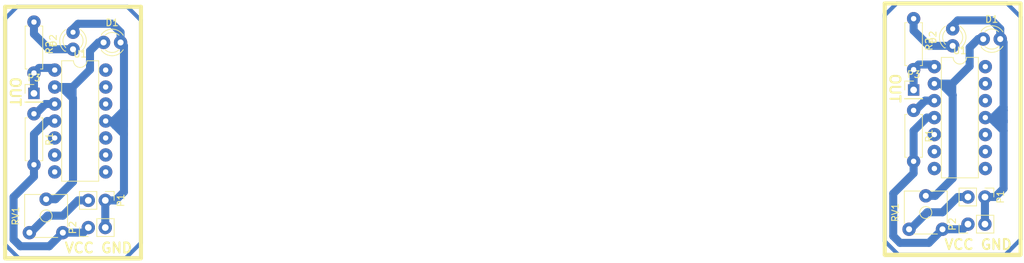
<source format=kicad_pcb>
(kicad_pcb (version 4) (host pcbnew 4.0.7)

  (general
    (links 35)
    (no_connects 7)
    (area 197.358 116.586 218.948001 155.448001)
    (thickness 1.6)
    (drawings 20)
    (tracks 156)
    (zones 0)
    (modules 18)
    (nets 8)
  )

  (page A4)
  (layers
    (0 F.Cu signal)
    (31 B.Cu signal)
    (32 B.Adhes user)
    (33 F.Adhes user)
    (34 B.Paste user)
    (35 F.Paste user)
    (36 B.SilkS user)
    (37 F.SilkS user)
    (38 B.Mask user)
    (39 F.Mask user)
    (40 Dwgs.User user)
    (41 Cmts.User user)
    (42 Eco1.User user)
    (43 Eco2.User user)
    (44 Edge.Cuts user)
    (45 Margin user)
    (46 B.CrtYd user)
    (47 F.CrtYd user)
    (48 B.Fab user)
    (49 F.Fab user hide)
  )

  (setup
    (last_trace_width 0.6)
    (trace_clearance 0.2)
    (zone_clearance 0.508)
    (zone_45_only no)
    (trace_min 0.2)
    (segment_width 0.6)
    (edge_width 0.15)
    (via_size 0.6)
    (via_drill 0.4)
    (via_min_size 0.4)
    (via_min_drill 0.3)
    (uvia_size 0.3)
    (uvia_drill 0.1)
    (uvias_allowed no)
    (uvia_min_size 0.2)
    (uvia_min_drill 0.1)
    (pcb_text_width 0.3)
    (pcb_text_size 1.5 1.5)
    (mod_edge_width 0.15)
    (mod_text_size 1 1)
    (mod_text_width 0.15)
    (pad_size 2 2)
    (pad_drill 0.9)
    (pad_to_mask_clearance 0.2)
    (aux_axis_origin 0 0)
    (visible_elements 7FFFFFFF)
    (pcbplotparams
      (layerselection 0x00030_80000001)
      (usegerberextensions false)
      (excludeedgelayer true)
      (linewidth 0.100000)
      (plotframeref false)
      (viasonmask false)
      (mode 1)
      (useauxorigin false)
      (hpglpennumber 1)
      (hpglpenspeed 20)
      (hpglpendiameter 15)
      (hpglpenoverlay 2)
      (psnegative false)
      (psa4output false)
      (plotreference true)
      (plotvalue true)
      (plotinvisibletext false)
      (padsonsilk false)
      (subtractmaskfromsilk false)
      (outputformat 1)
      (mirror false)
      (drillshape 0)
      (scaleselection 1)
      (outputdirectory ""))
  )

  (net 0 "")
  (net 1 "Net-(D1-Pad1)")
  (net 2 /gnd)
  (net 3 "Net-(D2-Pad1)")
  (net 4 "Net-(P1-Pad2)")
  (net 5 /vcc)
  (net 6 "Net-(R1-Pad1)")
  (net 7 "Net-(P3-Pad1)")

  (net_class Default "This is the default net class."
    (clearance 0.2)
    (trace_width 0.6)
    (via_dia 0.6)
    (via_drill 0.4)
    (uvia_dia 0.3)
    (uvia_drill 0.1)
    (add_net /gnd)
    (add_net /vcc)
    (add_net "Net-(D1-Pad1)")
    (add_net "Net-(D2-Pad1)")
    (add_net "Net-(P1-Pad2)")
    (add_net "Net-(P3-Pad1)")
    (add_net "Net-(R1-Pad1)")
  )

  (module Pin_Headers:Pin_Header_Straight_1x01_Pitch2.54mm (layer F.Cu) (tedit 59650532) (tstamp 5A179510)
    (at 199.136 129.286)
    (descr "Through hole straight pin header, 1x01, 2.54mm pitch, single row")
    (tags "Through hole pin header THT 1x01 2.54mm single row")
    (path /5A16FE19)
    (fp_text reference P3 (at 0 -2.33) (layer F.SilkS)
      (effects (font (size 1 1) (thickness 0.15)))
    )
    (fp_text value CONN_1 (at 0 2.33) (layer F.Fab)
      (effects (font (size 1 1) (thickness 0.15)))
    )
    (fp_line (start -0.635 -1.27) (end 1.27 -1.27) (layer F.Fab) (width 0.1))
    (fp_line (start 1.27 -1.27) (end 1.27 1.27) (layer F.Fab) (width 0.1))
    (fp_line (start 1.27 1.27) (end -1.27 1.27) (layer F.Fab) (width 0.1))
    (fp_line (start -1.27 1.27) (end -1.27 -0.635) (layer F.Fab) (width 0.1))
    (fp_line (start -1.27 -0.635) (end -0.635 -1.27) (layer F.Fab) (width 0.1))
    (fp_line (start -1.33 1.33) (end 1.33 1.33) (layer F.SilkS) (width 0.12))
    (fp_line (start -1.33 1.27) (end -1.33 1.33) (layer F.SilkS) (width 0.12))
    (fp_line (start 1.33 1.27) (end 1.33 1.33) (layer F.SilkS) (width 0.12))
    (fp_line (start -1.33 1.27) (end 1.33 1.27) (layer F.SilkS) (width 0.12))
    (fp_line (start -1.33 0) (end -1.33 -1.33) (layer F.SilkS) (width 0.12))
    (fp_line (start -1.33 -1.33) (end 0 -1.33) (layer F.SilkS) (width 0.12))
    (fp_line (start -1.8 -1.8) (end -1.8 1.8) (layer F.CrtYd) (width 0.05))
    (fp_line (start -1.8 1.8) (end 1.8 1.8) (layer F.CrtYd) (width 0.05))
    (fp_line (start 1.8 1.8) (end 1.8 -1.8) (layer F.CrtYd) (width 0.05))
    (fp_line (start 1.8 -1.8) (end -1.8 -1.8) (layer F.CrtYd) (width 0.05))
    (fp_text user %R (at 0 0 90) (layer F.Fab)
      (effects (font (size 1 1) (thickness 0.15)))
    )
    (pad 1 thru_hole rect (at 0 0) (size 1.7 1.7) (drill 1) (layers *.Cu *.Mask)
      (net 7 "Net-(P3-Pad1)"))
    (model ${KISYS3DMOD}/Pin_Headers.3dshapes/Pin_Header_Straight_1x01_Pitch2.54mm.wrl
      (at (xyz 0 0 0))
      (scale (xyz 1 1 1))
      (rotate (xyz 0 0 0))
    )
  )

  (module Housings_DIP:DIP-14_W7.62mm (layer F.Cu) (tedit 5A16FB4A) (tstamp 5A1794EF)
    (at 202.239001 125.793)
    (descr "14-lead dip package, row spacing 7.62 mm (300 mils)")
    (tags "DIL DIP PDIP 2.54mm 7.62mm 300mil")
    (path /5A16F4D0)
    (fp_text reference U1 (at 3.81 -2.39) (layer F.SilkS)
      (effects (font (size 1 1) (thickness 0.15)))
    )
    (fp_text value LM324 (at 3.81 17.63) (layer F.Fab)
      (effects (font (size 1 1) (thickness 0.15)))
    )
    (fp_text user %R (at 3.81 7.62) (layer F.Fab)
      (effects (font (size 1 1) (thickness 0.15)))
    )
    (fp_line (start 1.635 -1.27) (end 6.985 -1.27) (layer F.Fab) (width 0.1))
    (fp_line (start 6.985 -1.27) (end 6.985 16.51) (layer F.Fab) (width 0.1))
    (fp_line (start 6.985 16.51) (end 0.635 16.51) (layer F.Fab) (width 0.1))
    (fp_line (start 0.635 16.51) (end 0.635 -0.27) (layer F.Fab) (width 0.1))
    (fp_line (start 0.635 -0.27) (end 1.635 -1.27) (layer F.Fab) (width 0.1))
    (fp_line (start 2.81 -1.39) (end 1.04 -1.39) (layer F.SilkS) (width 0.12))
    (fp_line (start 1.04 -1.39) (end 1.04 16.63) (layer F.SilkS) (width 0.12))
    (fp_line (start 1.04 16.63) (end 6.58 16.63) (layer F.SilkS) (width 0.12))
    (fp_line (start 6.58 16.63) (end 6.58 -1.39) (layer F.SilkS) (width 0.12))
    (fp_line (start 6.58 -1.39) (end 4.81 -1.39) (layer F.SilkS) (width 0.12))
    (fp_line (start -1.1 -1.6) (end -1.1 16.8) (layer F.CrtYd) (width 0.05))
    (fp_line (start -1.1 16.8) (end 8.7 16.8) (layer F.CrtYd) (width 0.05))
    (fp_line (start 8.7 16.8) (end 8.7 -1.6) (layer F.CrtYd) (width 0.05))
    (fp_line (start 8.7 -1.6) (end -1.1 -1.6) (layer F.CrtYd) (width 0.05))
    (fp_arc (start 3.81 -1.39) (end 2.81 -1.39) (angle -180) (layer F.SilkS) (width 0.12))
    (pad 1 thru_hole circle (at 0 0) (size 2 2) (drill 0.8) (layers *.Cu *.Mask)
      (net 7 "Net-(P3-Pad1)"))
    (pad 8 thru_hole circle (at 7.62 15.24) (size 2 2) (drill 0.8) (layers *.Cu *.Mask))
    (pad 2 thru_hole circle (at 0 2.54) (size 2 2) (drill 0.8) (layers *.Cu *.Mask)
      (net 1 "Net-(D1-Pad1)"))
    (pad 9 thru_hole circle (at 7.62 12.7) (size 2 2) (drill 0.8) (layers *.Cu *.Mask))
    (pad 3 thru_hole circle (at 0 5.08) (size 2 2) (drill 0.8) (layers *.Cu *.Mask)
      (net 6 "Net-(R1-Pad1)"))
    (pad 10 thru_hole circle (at 7.62 10.16) (size 2 2) (drill 0.8) (layers *.Cu *.Mask))
    (pad 4 thru_hole circle (at 0 7.62) (size 2 2) (drill 0.8) (layers *.Cu *.Mask)
      (net 5 /vcc))
    (pad 11 thru_hole circle (at 7.62 7.62) (size 2 2) (drill 0.8) (layers *.Cu *.Mask)
      (net 2 /gnd))
    (pad 5 thru_hole circle (at 0 10.16) (size 2 2) (drill 0.8) (layers *.Cu *.Mask))
    (pad 12 thru_hole circle (at 7.62 5.08) (size 2 2) (drill 0.8) (layers *.Cu *.Mask))
    (pad 6 thru_hole circle (at 0 12.7) (size 2 2) (drill 0.8) (layers *.Cu *.Mask))
    (pad 13 thru_hole circle (at 7.62 2.54) (size 2 2) (drill 0.8) (layers *.Cu *.Mask))
    (pad 7 thru_hole circle (at 0 15.24) (size 2 2) (drill 0.8) (layers *.Cu *.Mask))
    (pad 14 thru_hole circle (at 7.62 0) (size 2 2) (drill 0.8) (layers *.Cu *.Mask))
    (model ${KISYS3DMOD}/Housings_DIP.3dshapes/DIP-14_W7.62mm.wrl
      (at (xyz 0 0 0))
      (scale (xyz 1 1 1))
      (rotate (xyz 0 0 0))
    )
  )

  (module Potentiometers:Potentiometer_Trimmer_ACP_CA6v_Horizontal (layer F.Cu) (tedit 5A16FB73) (tstamp 5A1794D9)
    (at 203.454 150.114 90)
    (descr "Potentiometer, horizontally mounted, Omeg PC16PU, Omeg PC16PU, Omeg PC16PU, Vishay/Spectrol 248GJ/249GJ Single, Vishay/Spectrol 248GJ/249GJ Single, Vishay/Spectrol 248GJ/249GJ Single, Vishay/Spectrol 248GH/249GH Single, Vishay/Spectrol 148/149 Single, Vishay/Spectrol 148/149 Single, Vishay/Spectrol 148/149 Single, Vishay/Spectrol 148A/149A Single with mounting plates, Vishay/Spectrol 148/149 Double, Vishay/Spectrol 148A/149A Double with mounting plates, Piher PC-16 Single, Piher PC-16 Single, Piher PC-16 Single, Piher PC-16SV Single, Piher PC-16 Double, Piher PC-16 Triple, Piher T16H Single, Piher T16L Single, Piher T16H Double, Alps RK163 Single, Alps RK163 Double, Alps RK097 Single, Alps RK097 Double, Bourns PTV09A-2 Single with mounting sleve Single, Bourns PTV09A-1 with mounting sleve Single, Bourns PRS11S Single, Alps RK09K Single with mounting sleve Single, Alps RK09K with mounting sleve Single, Alps RK09L Single, Alps RK09L Single, Alps RK09L Double, Alps RK09L Double, Alps RK09Y Single, Bourns 3339S Single, Bourns 3339S Single, Bourns 3339P Single, Bourns 3339H Single, Vishay T7YA Single, Suntan TSR-3386H Single, Suntan TSR-3386H Single, Suntan TSR-3386P Single, Vishay T73XX Single, Vishay T73XX Single, Vishay T73YP Single, Piher PT-6h Single, Piher PT-6v Single, Piher PT-6v Single, Piher PT-10h2.5 Single, Piher PT-10h5 Single, Piher PT-101h3.8 Single, Piher PT-10v10 Single, Piher PT-10v10 Single, Piher PT-10v5 Single, Piher PT-15h5 Single, Piher PT-15h2.5 Single, Piher PT-15B Single, Piher PT-15hc5 Single, Piher PT-15v12.5 Single, Piher PT-15v12.5 Single, Piher PT-15v15 Single, Piher PT-15v15 Single, ACP CA6h Single, ACP CA6v Single, http://www.acptechnologies.com/wp-content/uploads/2016/12/ACP-CAT%C3%81LOGO-ENTERO-2016.pdf")
    (tags "Potentiometer horizontal  Omeg PC16PU  Omeg PC16PU  Omeg PC16PU  Vishay/Spectrol 248GJ/249GJ Single  Vishay/Spectrol 248GJ/249GJ Single  Vishay/Spectrol 248GJ/249GJ Single  Vishay/Spectrol 248GH/249GH Single  Vishay/Spectrol 148/149 Single  Vishay/Spectrol 148/149 Single  Vishay/Spectrol 148/149 Single  Vishay/Spectrol 148A/149A Single with mounting plates  Vishay/Spectrol 148/149 Double  Vishay/Spectrol 148A/149A Double with mounting plates  Piher PC-16 Single  Piher PC-16 Single  Piher PC-16 Single  Piher PC-16SV Single  Piher PC-16 Double  Piher PC-16 Triple  Piher T16H Single  Piher T16L Single  Piher T16H Double  Alps RK163 Single  Alps RK163 Double  Alps RK097 Single  Alps RK097 Double  Bourns PTV09A-2 Single with mounting sleve Single  Bourns PTV09A-1 with mounting sleve Single  Bourns PRS11S Single  Alps RK09K Single with mounting sleve Single  Alps RK09K with mounting sleve Single  Alps RK09L Single  Alps RK09L Single  Alps RK09L Double  Alps RK09L Double  Alps RK09Y Single  Bourns 3339S Single  Bourns 3339S Single  Bourns 3339P Single  Bourns 3339H Single  Vishay T7YA Single  Suntan TSR-3386H Single  Suntan TSR-3386H Single  Suntan TSR-3386P Single  Vishay T73XX Single  Vishay T73XX Single  Vishay T73YP Single  Piher PT-6h Single  Piher PT-6v Single  Piher PT-6v Single  Piher PT-10h2.5 Single  Piher PT-10h5 Single  Piher PT-101h3.8 Single  Piher PT-10v10 Single  Piher PT-10v10 Single  Piher PT-10v5 Single  Piher PT-15h5 Single  Piher PT-15h2.5 Single  Piher PT-15B Single  Piher PT-15hc5 Single  Piher PT-15v12.5 Single  Piher PT-15v12.5 Single  Piher PT-15v15 Single  Piher PT-15v15 Single  ACP CA6h Single  ACP CA6v Single")
    (path /5A16F68C)
    (fp_text reference RV1 (at 2.5 -7.06 90) (layer F.SilkS)
      (effects (font (size 1 1) (thickness 0.15)))
    )
    (fp_text value POT (at 2.5 2.06 90) (layer F.Fab)
      (effects (font (size 1 1) (thickness 0.15)))
    )
    (fp_circle (center 2.5 -2.5) (end 3.5 -2.5) (layer F.Fab) (width 0.1))
    (fp_circle (center 2.5 -2.5) (end 3.4 -2.5) (layer F.Fab) (width 0.1))
    (fp_circle (center 2.5 -2.5) (end 3.4 -2.5) (layer F.SilkS) (width 0.12))
    (fp_line (start -0.65 -5.65) (end -0.65 0.65) (layer F.Fab) (width 0.1))
    (fp_line (start -0.65 0.65) (end 5.65 0.65) (layer F.Fab) (width 0.1))
    (fp_line (start 5.65 0.65) (end 5.65 -5.65) (layer F.Fab) (width 0.1))
    (fp_line (start 5.65 -5.65) (end -0.65 -5.65) (layer F.Fab) (width 0.1))
    (fp_line (start 0.873 -5.71) (end 5.71 -5.71) (layer F.SilkS) (width 0.12))
    (fp_line (start 0.873 0.71) (end 5.71 0.71) (layer F.SilkS) (width 0.12))
    (fp_line (start -0.71 -4.242) (end -0.71 -0.757) (layer F.SilkS) (width 0.12))
    (fp_line (start 5.71 -5.71) (end 5.71 -3.257) (layer F.SilkS) (width 0.12))
    (fp_line (start 5.71 -1.742) (end 5.71 0.71) (layer F.SilkS) (width 0.12))
    (fp_line (start -1.1 -6.1) (end -1.1 1.1) (layer F.CrtYd) (width 0.05))
    (fp_line (start -1.1 1.1) (end 6.1 1.1) (layer F.CrtYd) (width 0.05))
    (fp_line (start 6.1 1.1) (end 6.1 -6.1) (layer F.CrtYd) (width 0.05))
    (fp_line (start 6.1 -6.1) (end -1.1 -6.1) (layer F.CrtYd) (width 0.05))
    (pad 3 thru_hole circle (at 0 -5 90) (size 2 2) (drill 0.9) (layers *.Cu *.Mask)
      (net 4 "Net-(P1-Pad2)"))
    (pad 2 thru_hole circle (at 5 -2.5 90) (size 2 2) (drill 0.9) (layers *.Cu *.Mask)
      (net 1 "Net-(D1-Pad1)"))
    (pad 1 thru_hole circle (at 0 0 90) (size 2 2) (drill 0.9) (layers *.Cu *.Mask)
      (net 5 /vcc))
    (model Potentiometers.3dshapes/Potentiometer_Trimmer_ACP_CA6v_Horizontal.wrl
      (at (xyz 0 0 0))
      (scale (xyz 0.393701 0.393701 0.393701))
      (rotate (xyz 0 0 0))
    )
  )

  (module Resistors_THT:R_Axial_DIN0207_L6.3mm_D2.5mm_P7.62mm_Horizontal (layer F.Cu) (tedit 5A1713CF) (tstamp 5A1794C4)
    (at 199.136 132.334 270)
    (descr "Resistor, Axial_DIN0207 series, Axial, Horizontal, pin pitch=7.62mm, 0.25W = 1/4W, length*diameter=6.3*2.5mm^2, http://cdn-reichelt.de/documents/datenblatt/B400/1_4W%23YAG.pdf")
    (tags "Resistor Axial_DIN0207 series Axial Horizontal pin pitch 7.62mm 0.25W = 1/4W length 6.3mm diameter 2.5mm")
    (path /5A16F500)
    (fp_text reference R1 (at 3.81 -2.31 270) (layer F.SilkS)
      (effects (font (size 1 1) (thickness 0.15)))
    )
    (fp_text value R (at 3.81 2.31 270) (layer F.Fab)
      (effects (font (size 1 1) (thickness 0.15)))
    )
    (fp_line (start 0.66 -1.25) (end 0.66 1.25) (layer F.Fab) (width 0.1))
    (fp_line (start 0.66 1.25) (end 6.96 1.25) (layer F.Fab) (width 0.1))
    (fp_line (start 6.96 1.25) (end 6.96 -1.25) (layer F.Fab) (width 0.1))
    (fp_line (start 6.96 -1.25) (end 0.66 -1.25) (layer F.Fab) (width 0.1))
    (fp_line (start 0 0) (end 0.66 0) (layer F.Fab) (width 0.1))
    (fp_line (start 7.62 0) (end 6.96 0) (layer F.Fab) (width 0.1))
    (fp_line (start 0.6 -0.98) (end 0.6 -1.31) (layer F.SilkS) (width 0.12))
    (fp_line (start 0.6 -1.31) (end 7.02 -1.31) (layer F.SilkS) (width 0.12))
    (fp_line (start 7.02 -1.31) (end 7.02 -0.98) (layer F.SilkS) (width 0.12))
    (fp_line (start 0.6 0.98) (end 0.6 1.31) (layer F.SilkS) (width 0.12))
    (fp_line (start 0.6 1.31) (end 7.02 1.31) (layer F.SilkS) (width 0.12))
    (fp_line (start 7.02 1.31) (end 7.02 0.98) (layer F.SilkS) (width 0.12))
    (fp_line (start -1.05 -1.6) (end -1.05 1.6) (layer F.CrtYd) (width 0.05))
    (fp_line (start -1.05 1.6) (end 8.7 1.6) (layer F.CrtYd) (width 0.05))
    (fp_line (start 8.7 1.6) (end 8.7 -1.6) (layer F.CrtYd) (width 0.05))
    (fp_line (start 8.7 -1.6) (end -1.05 -1.6) (layer F.CrtYd) (width 0.05))
    (pad 1 thru_hole circle (at 0 0 270) (size 2 2) (drill 0.8) (layers *.Cu *.Mask)
      (net 6 "Net-(R1-Pad1)"))
    (pad 2 thru_hole circle (at 7.62 0 270) (size 2 2) (drill 0.8) (layers *.Cu *.Mask)
      (net 5 /vcc))
    (model ${KISYS3DMOD}/Resistors_THT.3dshapes/R_Axial_DIN0207_L6.3mm_D2.5mm_P7.62mm_Horizontal.wrl
      (at (xyz 0 0 0))
      (scale (xyz 0.393701 0.393701 0.393701))
      (rotate (xyz 0 0 0))
    )
  )

  (module Resistors_THT:R_Axial_DIN0207_L6.3mm_D2.5mm_P7.62mm_Horizontal (layer F.Cu) (tedit 5A1713EB) (tstamp 5A1794AF)
    (at 199.136 118.618 270)
    (descr "Resistor, Axial_DIN0207 series, Axial, Horizontal, pin pitch=7.62mm, 0.25W = 1/4W, length*diameter=6.3*2.5mm^2, http://cdn-reichelt.de/documents/datenblatt/B400/1_4W%23YAG.pdf")
    (tags "Resistor Axial_DIN0207 series Axial Horizontal pin pitch 7.62mm 0.25W = 1/4W length 6.3mm diameter 2.5mm")
    (path /5A16FD3B)
    (fp_text reference R2 (at 3.81 -2.31 270) (layer F.SilkS)
      (effects (font (size 1 1) (thickness 0.15)))
    )
    (fp_text value R (at 3.81 2.31 270) (layer F.Fab)
      (effects (font (size 1 1) (thickness 0.15)))
    )
    (fp_line (start 0.66 -1.25) (end 0.66 1.25) (layer F.Fab) (width 0.1))
    (fp_line (start 0.66 1.25) (end 6.96 1.25) (layer F.Fab) (width 0.1))
    (fp_line (start 6.96 1.25) (end 6.96 -1.25) (layer F.Fab) (width 0.1))
    (fp_line (start 6.96 -1.25) (end 0.66 -1.25) (layer F.Fab) (width 0.1))
    (fp_line (start 0 0) (end 0.66 0) (layer F.Fab) (width 0.1))
    (fp_line (start 7.62 0) (end 6.96 0) (layer F.Fab) (width 0.1))
    (fp_line (start 0.6 -0.98) (end 0.6 -1.31) (layer F.SilkS) (width 0.12))
    (fp_line (start 0.6 -1.31) (end 7.02 -1.31) (layer F.SilkS) (width 0.12))
    (fp_line (start 7.02 -1.31) (end 7.02 -0.98) (layer F.SilkS) (width 0.12))
    (fp_line (start 0.6 0.98) (end 0.6 1.31) (layer F.SilkS) (width 0.12))
    (fp_line (start 0.6 1.31) (end 7.02 1.31) (layer F.SilkS) (width 0.12))
    (fp_line (start 7.02 1.31) (end 7.02 0.98) (layer F.SilkS) (width 0.12))
    (fp_line (start -1.05 -1.6) (end -1.05 1.6) (layer F.CrtYd) (width 0.05))
    (fp_line (start -1.05 1.6) (end 8.7 1.6) (layer F.CrtYd) (width 0.05))
    (fp_line (start 8.7 1.6) (end 8.7 -1.6) (layer F.CrtYd) (width 0.05))
    (fp_line (start 8.7 -1.6) (end -1.05 -1.6) (layer F.CrtYd) (width 0.05))
    (pad 1 thru_hole circle (at 0 0 270) (size 2 2) (drill 0.8) (layers *.Cu *.Mask)
      (net 3 "Net-(D2-Pad1)"))
    (pad 2 thru_hole circle (at 7.62 0 270) (size 2 2) (drill 0.8) (layers *.Cu *.Mask)
      (net 7 "Net-(P3-Pad1)"))
    (model ${KISYS3DMOD}/Resistors_THT.3dshapes/R_Axial_DIN0207_L6.3mm_D2.5mm_P7.62mm_Horizontal.wrl
      (at (xyz 0 0 0))
      (scale (xyz 0.393701 0.393701 0.393701))
      (rotate (xyz 0 0 0))
    )
  )

  (module LEDs:LED_D3.0mm (layer F.Cu) (tedit 5A17142E) (tstamp 5A17949D)
    (at 204.978 122.682 90)
    (descr "LED, diameter 3.0mm, 2 pins")
    (tags "LED diameter 3.0mm 2 pins")
    (path /5A16F54D)
    (fp_text reference D2 (at 1.27 -2.96 90) (layer F.SilkS)
      (effects (font (size 1 1) (thickness 0.15)))
    )
    (fp_text value LED (at 1.27 2.96 90) (layer F.Fab)
      (effects (font (size 1 1) (thickness 0.15)))
    )
    (fp_arc (start 1.27 0) (end -0.23 -1.16619) (angle 284.3) (layer F.Fab) (width 0.1))
    (fp_arc (start 1.27 0) (end -0.29 -1.235516) (angle 108.8) (layer F.SilkS) (width 0.12))
    (fp_arc (start 1.27 0) (end -0.29 1.235516) (angle -108.8) (layer F.SilkS) (width 0.12))
    (fp_arc (start 1.27 0) (end 0.229039 -1.08) (angle 87.9) (layer F.SilkS) (width 0.12))
    (fp_arc (start 1.27 0) (end 0.229039 1.08) (angle -87.9) (layer F.SilkS) (width 0.12))
    (fp_circle (center 1.27 0) (end 2.77 0) (layer F.Fab) (width 0.1))
    (fp_line (start -0.23 -1.16619) (end -0.23 1.16619) (layer F.Fab) (width 0.1))
    (fp_line (start -0.29 -1.236) (end -0.29 -1.08) (layer F.SilkS) (width 0.12))
    (fp_line (start -0.29 1.08) (end -0.29 1.236) (layer F.SilkS) (width 0.12))
    (fp_line (start -1.15 -2.25) (end -1.15 2.25) (layer F.CrtYd) (width 0.05))
    (fp_line (start -1.15 2.25) (end 3.7 2.25) (layer F.CrtYd) (width 0.05))
    (fp_line (start 3.7 2.25) (end 3.7 -2.25) (layer F.CrtYd) (width 0.05))
    (fp_line (start 3.7 -2.25) (end -1.15 -2.25) (layer F.CrtYd) (width 0.05))
    (pad 1 thru_hole circle (at 0 0 90) (size 2 2) (drill 0.9) (layers *.Cu *.Mask)
      (net 3 "Net-(D2-Pad1)"))
    (pad 2 thru_hole circle (at 2.54 0 90) (size 2 2) (drill 0.762) (layers *.Cu *.Mask)
      (net 2 /gnd))
    (model ${KISYS3DMOD}/LEDs.3dshapes/LED_D3.0mm.wrl
      (at (xyz 0 0 0))
      (scale (xyz 0.393701 0.393701 0.393701))
      (rotate (xyz 0 0 0))
    )
  )

  (module LEDs:LED_D3.0mm (layer F.Cu) (tedit 5A171465) (tstamp 5A17948B)
    (at 209.55 121.666)
    (descr "LED, diameter 3.0mm, 2 pins")
    (tags "LED diameter 3.0mm 2 pins")
    (path /5A16F5F4)
    (fp_text reference D1 (at 1.27 -2.96) (layer F.SilkS)
      (effects (font (size 1 1) (thickness 0.15)))
    )
    (fp_text value LED (at 1.27 2.96) (layer F.Fab)
      (effects (font (size 1 1) (thickness 0.15)))
    )
    (fp_arc (start 1.27 0) (end -0.23 -1.16619) (angle 284.3) (layer F.Fab) (width 0.1))
    (fp_arc (start 1.27 0) (end -0.29 -1.235516) (angle 108.8) (layer F.SilkS) (width 0.12))
    (fp_arc (start 1.27 0) (end -0.29 1.235516) (angle -108.8) (layer F.SilkS) (width 0.12))
    (fp_arc (start 1.27 0) (end 0.229039 -1.08) (angle 87.9) (layer F.SilkS) (width 0.12))
    (fp_arc (start 1.27 0) (end 0.229039 1.08) (angle -87.9) (layer F.SilkS) (width 0.12))
    (fp_circle (center 1.27 0) (end 2.77 0) (layer F.Fab) (width 0.1))
    (fp_line (start -0.23 -1.16619) (end -0.23 1.16619) (layer F.Fab) (width 0.1))
    (fp_line (start -0.29 -1.236) (end -0.29 -1.08) (layer F.SilkS) (width 0.12))
    (fp_line (start -0.29 1.08) (end -0.29 1.236) (layer F.SilkS) (width 0.12))
    (fp_line (start -1.15 -2.25) (end -1.15 2.25) (layer F.CrtYd) (width 0.05))
    (fp_line (start -1.15 2.25) (end 3.7 2.25) (layer F.CrtYd) (width 0.05))
    (fp_line (start 3.7 2.25) (end 3.7 -2.25) (layer F.CrtYd) (width 0.05))
    (fp_line (start 3.7 -2.25) (end -1.15 -2.25) (layer F.CrtYd) (width 0.05))
    (pad 1 thru_hole circle (at 0 0) (size 2 2) (drill 0.9) (layers *.Cu *.Mask)
      (net 1 "Net-(D1-Pad1)"))
    (pad 2 thru_hole circle (at 2.54 0) (size 2 2) (drill 0.9) (layers *.Cu *.Mask)
      (net 2 /gnd))
    (model ${KISYS3DMOD}/LEDs.3dshapes/LED_D3.0mm.wrl
      (at (xyz 0 0 0))
      (scale (xyz 0.393701 0.393701 0.393701))
      (rotate (xyz 0 0 0))
    )
  )

  (module Pin_Headers:Pin_Header_Straight_1x02_Pitch2.54mm (layer F.Cu) (tedit 5A171485) (tstamp 5A179476)
    (at 209.804 145.288 270)
    (descr "Through hole straight pin header, 1x02, 2.54mm pitch, single row")
    (tags "Through hole pin header THT 1x02 2.54mm single row")
    (path /5A16F70D)
    (fp_text reference P1 (at 0 -2.33 270) (layer F.SilkS)
      (effects (font (size 1 1) (thickness 0.15)))
    )
    (fp_text value CONN_2 (at 0 4.87 270) (layer F.Fab)
      (effects (font (size 1 1) (thickness 0.15)))
    )
    (fp_line (start -0.635 -1.27) (end 1.27 -1.27) (layer F.Fab) (width 0.1))
    (fp_line (start 1.27 -1.27) (end 1.27 3.81) (layer F.Fab) (width 0.1))
    (fp_line (start 1.27 3.81) (end -1.27 3.81) (layer F.Fab) (width 0.1))
    (fp_line (start -1.27 3.81) (end -1.27 -0.635) (layer F.Fab) (width 0.1))
    (fp_line (start -1.27 -0.635) (end -0.635 -1.27) (layer F.Fab) (width 0.1))
    (fp_line (start -1.33 3.87) (end 1.33 3.87) (layer F.SilkS) (width 0.12))
    (fp_line (start -1.33 1.27) (end -1.33 3.87) (layer F.SilkS) (width 0.12))
    (fp_line (start 1.33 1.27) (end 1.33 3.87) (layer F.SilkS) (width 0.12))
    (fp_line (start -1.33 1.27) (end 1.33 1.27) (layer F.SilkS) (width 0.12))
    (fp_line (start -1.33 0) (end -1.33 -1.33) (layer F.SilkS) (width 0.12))
    (fp_line (start -1.33 -1.33) (end 0 -1.33) (layer F.SilkS) (width 0.12))
    (fp_line (start -1.8 -1.8) (end -1.8 4.35) (layer F.CrtYd) (width 0.05))
    (fp_line (start -1.8 4.35) (end 1.8 4.35) (layer F.CrtYd) (width 0.05))
    (fp_line (start 1.8 4.35) (end 1.8 -1.8) (layer F.CrtYd) (width 0.05))
    (fp_line (start 1.8 -1.8) (end -1.8 -1.8) (layer F.CrtYd) (width 0.05))
    (fp_text user %R (at 0 1.27 360) (layer F.Fab)
      (effects (font (size 1 1) (thickness 0.15)))
    )
    (pad 1 thru_hole circle (at 0 0 270) (size 2 2) (drill 1) (layers *.Cu *.Mask)
      (net 2 /gnd))
    (pad 2 thru_hole circle (at 0 2.54 270) (size 2 2) (drill 1) (layers *.Cu *.Mask)
      (net 4 "Net-(P1-Pad2)"))
    (model ${KISYS3DMOD}/Pin_Headers.3dshapes/Pin_Header_Straight_1x02_Pitch2.54mm.wrl
      (at (xyz 0 0 0))
      (scale (xyz 1 1 1))
      (rotate (xyz 0 0 0))
    )
  )

  (module Pin_Headers:Pin_Header_Straight_1x02_Pitch2.54mm (layer F.Cu) (tedit 5A1714B0) (tstamp 5A179461)
    (at 207.264 149.352 90)
    (descr "Through hole straight pin header, 1x02, 2.54mm pitch, single row")
    (tags "Through hole pin header THT 1x02 2.54mm single row")
    (path /5A16F84C)
    (fp_text reference P2 (at 0 -2.33 90) (layer F.SilkS)
      (effects (font (size 1 1) (thickness 0.15)))
    )
    (fp_text value CONN_2 (at 0 4.87 90) (layer F.Fab)
      (effects (font (size 1 1) (thickness 0.15)))
    )
    (fp_line (start -0.635 -1.27) (end 1.27 -1.27) (layer F.Fab) (width 0.1))
    (fp_line (start 1.27 -1.27) (end 1.27 3.81) (layer F.Fab) (width 0.1))
    (fp_line (start 1.27 3.81) (end -1.27 3.81) (layer F.Fab) (width 0.1))
    (fp_line (start -1.27 3.81) (end -1.27 -0.635) (layer F.Fab) (width 0.1))
    (fp_line (start -1.27 -0.635) (end -0.635 -1.27) (layer F.Fab) (width 0.1))
    (fp_line (start -1.33 3.87) (end 1.33 3.87) (layer F.SilkS) (width 0.12))
    (fp_line (start -1.33 1.27) (end -1.33 3.87) (layer F.SilkS) (width 0.12))
    (fp_line (start 1.33 1.27) (end 1.33 3.87) (layer F.SilkS) (width 0.12))
    (fp_line (start -1.33 1.27) (end 1.33 1.27) (layer F.SilkS) (width 0.12))
    (fp_line (start -1.33 0) (end -1.33 -1.33) (layer F.SilkS) (width 0.12))
    (fp_line (start -1.33 -1.33) (end 0 -1.33) (layer F.SilkS) (width 0.12))
    (fp_line (start -1.8 -1.8) (end -1.8 4.35) (layer F.CrtYd) (width 0.05))
    (fp_line (start -1.8 4.35) (end 1.8 4.35) (layer F.CrtYd) (width 0.05))
    (fp_line (start 1.8 4.35) (end 1.8 -1.8) (layer F.CrtYd) (width 0.05))
    (fp_line (start 1.8 -1.8) (end -1.8 -1.8) (layer F.CrtYd) (width 0.05))
    (fp_text user %R (at 0 1.27 180) (layer F.Fab)
      (effects (font (size 1 1) (thickness 0.15)))
    )
    (pad 1 thru_hole circle (at 0 0 90) (size 2 2) (drill 1) (layers *.Cu *.Mask)
      (net 5 /vcc))
    (pad 2 thru_hole circle (at 0 2.54 90) (size 2 2) (drill 1) (layers *.Cu *.Mask)
      (net 2 /gnd))
    (model ${KISYS3DMOD}/Pin_Headers.3dshapes/Pin_Header_Straight_1x02_Pitch2.54mm.wrl
      (at (xyz 0 0 0))
      (scale (xyz 1 1 1))
      (rotate (xyz 0 0 0))
    )
  )

  (module Pin_Headers:Pin_Header_Straight_1x02_Pitch2.54mm (layer F.Cu) (tedit 5A1714B0) (tstamp 5A16F8BF)
    (at 75.692 149.86 90)
    (descr "Through hole straight pin header, 1x02, 2.54mm pitch, single row")
    (tags "Through hole pin header THT 1x02 2.54mm single row")
    (path /5A16F84C)
    (fp_text reference P2 (at 0 -2.33 90) (layer F.SilkS)
      (effects (font (size 1 1) (thickness 0.15)))
    )
    (fp_text value CONN_2 (at 0 4.87 90) (layer F.Fab)
      (effects (font (size 1 1) (thickness 0.15)))
    )
    (fp_line (start -0.635 -1.27) (end 1.27 -1.27) (layer F.Fab) (width 0.1))
    (fp_line (start 1.27 -1.27) (end 1.27 3.81) (layer F.Fab) (width 0.1))
    (fp_line (start 1.27 3.81) (end -1.27 3.81) (layer F.Fab) (width 0.1))
    (fp_line (start -1.27 3.81) (end -1.27 -0.635) (layer F.Fab) (width 0.1))
    (fp_line (start -1.27 -0.635) (end -0.635 -1.27) (layer F.Fab) (width 0.1))
    (fp_line (start -1.33 3.87) (end 1.33 3.87) (layer F.SilkS) (width 0.12))
    (fp_line (start -1.33 1.27) (end -1.33 3.87) (layer F.SilkS) (width 0.12))
    (fp_line (start 1.33 1.27) (end 1.33 3.87) (layer F.SilkS) (width 0.12))
    (fp_line (start -1.33 1.27) (end 1.33 1.27) (layer F.SilkS) (width 0.12))
    (fp_line (start -1.33 0) (end -1.33 -1.33) (layer F.SilkS) (width 0.12))
    (fp_line (start -1.33 -1.33) (end 0 -1.33) (layer F.SilkS) (width 0.12))
    (fp_line (start -1.8 -1.8) (end -1.8 4.35) (layer F.CrtYd) (width 0.05))
    (fp_line (start -1.8 4.35) (end 1.8 4.35) (layer F.CrtYd) (width 0.05))
    (fp_line (start 1.8 4.35) (end 1.8 -1.8) (layer F.CrtYd) (width 0.05))
    (fp_line (start 1.8 -1.8) (end -1.8 -1.8) (layer F.CrtYd) (width 0.05))
    (fp_text user %R (at 0 1.27 180) (layer F.Fab)
      (effects (font (size 1 1) (thickness 0.15)))
    )
    (pad 1 thru_hole circle (at 0 0 90) (size 2 2) (drill 1) (layers *.Cu *.Mask)
      (net 5 /vcc))
    (pad 2 thru_hole circle (at 0 2.54 90) (size 2 2) (drill 1) (layers *.Cu *.Mask)
      (net 2 /gnd))
    (model ${KISYS3DMOD}/Pin_Headers.3dshapes/Pin_Header_Straight_1x02_Pitch2.54mm.wrl
      (at (xyz 0 0 0))
      (scale (xyz 1 1 1))
      (rotate (xyz 0 0 0))
    )
  )

  (module Pin_Headers:Pin_Header_Straight_1x02_Pitch2.54mm (layer F.Cu) (tedit 5A171485) (tstamp 5A16F8B9)
    (at 78.232 145.796 270)
    (descr "Through hole straight pin header, 1x02, 2.54mm pitch, single row")
    (tags "Through hole pin header THT 1x02 2.54mm single row")
    (path /5A16F70D)
    (fp_text reference P1 (at 0 -2.33 270) (layer F.SilkS)
      (effects (font (size 1 1) (thickness 0.15)))
    )
    (fp_text value CONN_2 (at 0 4.87 270) (layer F.Fab)
      (effects (font (size 1 1) (thickness 0.15)))
    )
    (fp_line (start -0.635 -1.27) (end 1.27 -1.27) (layer F.Fab) (width 0.1))
    (fp_line (start 1.27 -1.27) (end 1.27 3.81) (layer F.Fab) (width 0.1))
    (fp_line (start 1.27 3.81) (end -1.27 3.81) (layer F.Fab) (width 0.1))
    (fp_line (start -1.27 3.81) (end -1.27 -0.635) (layer F.Fab) (width 0.1))
    (fp_line (start -1.27 -0.635) (end -0.635 -1.27) (layer F.Fab) (width 0.1))
    (fp_line (start -1.33 3.87) (end 1.33 3.87) (layer F.SilkS) (width 0.12))
    (fp_line (start -1.33 1.27) (end -1.33 3.87) (layer F.SilkS) (width 0.12))
    (fp_line (start 1.33 1.27) (end 1.33 3.87) (layer F.SilkS) (width 0.12))
    (fp_line (start -1.33 1.27) (end 1.33 1.27) (layer F.SilkS) (width 0.12))
    (fp_line (start -1.33 0) (end -1.33 -1.33) (layer F.SilkS) (width 0.12))
    (fp_line (start -1.33 -1.33) (end 0 -1.33) (layer F.SilkS) (width 0.12))
    (fp_line (start -1.8 -1.8) (end -1.8 4.35) (layer F.CrtYd) (width 0.05))
    (fp_line (start -1.8 4.35) (end 1.8 4.35) (layer F.CrtYd) (width 0.05))
    (fp_line (start 1.8 4.35) (end 1.8 -1.8) (layer F.CrtYd) (width 0.05))
    (fp_line (start 1.8 -1.8) (end -1.8 -1.8) (layer F.CrtYd) (width 0.05))
    (fp_text user %R (at 0 1.27 360) (layer F.Fab)
      (effects (font (size 1 1) (thickness 0.15)))
    )
    (pad 1 thru_hole circle (at 0 0 270) (size 2 2) (drill 1) (layers *.Cu *.Mask)
      (net 2 /gnd))
    (pad 2 thru_hole circle (at 0 2.54 270) (size 2 2) (drill 1) (layers *.Cu *.Mask)
      (net 4 "Net-(P1-Pad2)"))
    (model ${KISYS3DMOD}/Pin_Headers.3dshapes/Pin_Header_Straight_1x02_Pitch2.54mm.wrl
      (at (xyz 0 0 0))
      (scale (xyz 1 1 1))
      (rotate (xyz 0 0 0))
    )
  )

  (module LEDs:LED_D3.0mm (layer F.Cu) (tedit 5A171465) (tstamp 5A16F8AD)
    (at 77.978 122.174)
    (descr "LED, diameter 3.0mm, 2 pins")
    (tags "LED diameter 3.0mm 2 pins")
    (path /5A16F5F4)
    (fp_text reference D1 (at 1.27 -2.96) (layer F.SilkS)
      (effects (font (size 1 1) (thickness 0.15)))
    )
    (fp_text value LED (at 1.27 2.96) (layer F.Fab)
      (effects (font (size 1 1) (thickness 0.15)))
    )
    (fp_arc (start 1.27 0) (end -0.23 -1.16619) (angle 284.3) (layer F.Fab) (width 0.1))
    (fp_arc (start 1.27 0) (end -0.29 -1.235516) (angle 108.8) (layer F.SilkS) (width 0.12))
    (fp_arc (start 1.27 0) (end -0.29 1.235516) (angle -108.8) (layer F.SilkS) (width 0.12))
    (fp_arc (start 1.27 0) (end 0.229039 -1.08) (angle 87.9) (layer F.SilkS) (width 0.12))
    (fp_arc (start 1.27 0) (end 0.229039 1.08) (angle -87.9) (layer F.SilkS) (width 0.12))
    (fp_circle (center 1.27 0) (end 2.77 0) (layer F.Fab) (width 0.1))
    (fp_line (start -0.23 -1.16619) (end -0.23 1.16619) (layer F.Fab) (width 0.1))
    (fp_line (start -0.29 -1.236) (end -0.29 -1.08) (layer F.SilkS) (width 0.12))
    (fp_line (start -0.29 1.08) (end -0.29 1.236) (layer F.SilkS) (width 0.12))
    (fp_line (start -1.15 -2.25) (end -1.15 2.25) (layer F.CrtYd) (width 0.05))
    (fp_line (start -1.15 2.25) (end 3.7 2.25) (layer F.CrtYd) (width 0.05))
    (fp_line (start 3.7 2.25) (end 3.7 -2.25) (layer F.CrtYd) (width 0.05))
    (fp_line (start 3.7 -2.25) (end -1.15 -2.25) (layer F.CrtYd) (width 0.05))
    (pad 1 thru_hole circle (at 0 0) (size 2 2) (drill 0.9) (layers *.Cu *.Mask)
      (net 1 "Net-(D1-Pad1)"))
    (pad 2 thru_hole circle (at 2.54 0) (size 2 2) (drill 0.9) (layers *.Cu *.Mask)
      (net 2 /gnd))
    (model ${KISYS3DMOD}/LEDs.3dshapes/LED_D3.0mm.wrl
      (at (xyz 0 0 0))
      (scale (xyz 0.393701 0.393701 0.393701))
      (rotate (xyz 0 0 0))
    )
  )

  (module LEDs:LED_D3.0mm (layer F.Cu) (tedit 5A17142E) (tstamp 5A16F8B3)
    (at 73.406 123.19 90)
    (descr "LED, diameter 3.0mm, 2 pins")
    (tags "LED diameter 3.0mm 2 pins")
    (path /5A16F54D)
    (fp_text reference D2 (at 1.27 -2.96 90) (layer F.SilkS)
      (effects (font (size 1 1) (thickness 0.15)))
    )
    (fp_text value LED (at 1.27 2.96 90) (layer F.Fab)
      (effects (font (size 1 1) (thickness 0.15)))
    )
    (fp_arc (start 1.27 0) (end -0.23 -1.16619) (angle 284.3) (layer F.Fab) (width 0.1))
    (fp_arc (start 1.27 0) (end -0.29 -1.235516) (angle 108.8) (layer F.SilkS) (width 0.12))
    (fp_arc (start 1.27 0) (end -0.29 1.235516) (angle -108.8) (layer F.SilkS) (width 0.12))
    (fp_arc (start 1.27 0) (end 0.229039 -1.08) (angle 87.9) (layer F.SilkS) (width 0.12))
    (fp_arc (start 1.27 0) (end 0.229039 1.08) (angle -87.9) (layer F.SilkS) (width 0.12))
    (fp_circle (center 1.27 0) (end 2.77 0) (layer F.Fab) (width 0.1))
    (fp_line (start -0.23 -1.16619) (end -0.23 1.16619) (layer F.Fab) (width 0.1))
    (fp_line (start -0.29 -1.236) (end -0.29 -1.08) (layer F.SilkS) (width 0.12))
    (fp_line (start -0.29 1.08) (end -0.29 1.236) (layer F.SilkS) (width 0.12))
    (fp_line (start -1.15 -2.25) (end -1.15 2.25) (layer F.CrtYd) (width 0.05))
    (fp_line (start -1.15 2.25) (end 3.7 2.25) (layer F.CrtYd) (width 0.05))
    (fp_line (start 3.7 2.25) (end 3.7 -2.25) (layer F.CrtYd) (width 0.05))
    (fp_line (start 3.7 -2.25) (end -1.15 -2.25) (layer F.CrtYd) (width 0.05))
    (pad 1 thru_hole circle (at 0 0 90) (size 2 2) (drill 0.9) (layers *.Cu *.Mask)
      (net 3 "Net-(D2-Pad1)"))
    (pad 2 thru_hole circle (at 2.54 0 90) (size 2 2) (drill 0.762) (layers *.Cu *.Mask)
      (net 2 /gnd))
    (model ${KISYS3DMOD}/LEDs.3dshapes/LED_D3.0mm.wrl
      (at (xyz 0 0 0))
      (scale (xyz 0.393701 0.393701 0.393701))
      (rotate (xyz 0 0 0))
    )
  )

  (module Resistors_THT:R_Axial_DIN0207_L6.3mm_D2.5mm_P7.62mm_Horizontal (layer F.Cu) (tedit 5A1713EB) (tstamp 5A16FE20)
    (at 67.564 119.126 270)
    (descr "Resistor, Axial_DIN0207 series, Axial, Horizontal, pin pitch=7.62mm, 0.25W = 1/4W, length*diameter=6.3*2.5mm^2, http://cdn-reichelt.de/documents/datenblatt/B400/1_4W%23YAG.pdf")
    (tags "Resistor Axial_DIN0207 series Axial Horizontal pin pitch 7.62mm 0.25W = 1/4W length 6.3mm diameter 2.5mm")
    (path /5A16FD3B)
    (fp_text reference R2 (at 3.81 -2.31 270) (layer F.SilkS)
      (effects (font (size 1 1) (thickness 0.15)))
    )
    (fp_text value R (at 3.81 2.31 270) (layer F.Fab)
      (effects (font (size 1 1) (thickness 0.15)))
    )
    (fp_line (start 0.66 -1.25) (end 0.66 1.25) (layer F.Fab) (width 0.1))
    (fp_line (start 0.66 1.25) (end 6.96 1.25) (layer F.Fab) (width 0.1))
    (fp_line (start 6.96 1.25) (end 6.96 -1.25) (layer F.Fab) (width 0.1))
    (fp_line (start 6.96 -1.25) (end 0.66 -1.25) (layer F.Fab) (width 0.1))
    (fp_line (start 0 0) (end 0.66 0) (layer F.Fab) (width 0.1))
    (fp_line (start 7.62 0) (end 6.96 0) (layer F.Fab) (width 0.1))
    (fp_line (start 0.6 -0.98) (end 0.6 -1.31) (layer F.SilkS) (width 0.12))
    (fp_line (start 0.6 -1.31) (end 7.02 -1.31) (layer F.SilkS) (width 0.12))
    (fp_line (start 7.02 -1.31) (end 7.02 -0.98) (layer F.SilkS) (width 0.12))
    (fp_line (start 0.6 0.98) (end 0.6 1.31) (layer F.SilkS) (width 0.12))
    (fp_line (start 0.6 1.31) (end 7.02 1.31) (layer F.SilkS) (width 0.12))
    (fp_line (start 7.02 1.31) (end 7.02 0.98) (layer F.SilkS) (width 0.12))
    (fp_line (start -1.05 -1.6) (end -1.05 1.6) (layer F.CrtYd) (width 0.05))
    (fp_line (start -1.05 1.6) (end 8.7 1.6) (layer F.CrtYd) (width 0.05))
    (fp_line (start 8.7 1.6) (end 8.7 -1.6) (layer F.CrtYd) (width 0.05))
    (fp_line (start 8.7 -1.6) (end -1.05 -1.6) (layer F.CrtYd) (width 0.05))
    (pad 1 thru_hole circle (at 0 0 270) (size 2 2) (drill 0.8) (layers *.Cu *.Mask)
      (net 3 "Net-(D2-Pad1)"))
    (pad 2 thru_hole circle (at 7.62 0 270) (size 2 2) (drill 0.8) (layers *.Cu *.Mask)
      (net 7 "Net-(P3-Pad1)"))
    (model ${KISYS3DMOD}/Resistors_THT.3dshapes/R_Axial_DIN0207_L6.3mm_D2.5mm_P7.62mm_Horizontal.wrl
      (at (xyz 0 0 0))
      (scale (xyz 0.393701 0.393701 0.393701))
      (rotate (xyz 0 0 0))
    )
  )

  (module Resistors_THT:R_Axial_DIN0207_L6.3mm_D2.5mm_P7.62mm_Horizontal (layer F.Cu) (tedit 5A1713CF) (tstamp 5A16F8C5)
    (at 67.564 132.842 270)
    (descr "Resistor, Axial_DIN0207 series, Axial, Horizontal, pin pitch=7.62mm, 0.25W = 1/4W, length*diameter=6.3*2.5mm^2, http://cdn-reichelt.de/documents/datenblatt/B400/1_4W%23YAG.pdf")
    (tags "Resistor Axial_DIN0207 series Axial Horizontal pin pitch 7.62mm 0.25W = 1/4W length 6.3mm diameter 2.5mm")
    (path /5A16F500)
    (fp_text reference R1 (at 3.81 -2.31 270) (layer F.SilkS)
      (effects (font (size 1 1) (thickness 0.15)))
    )
    (fp_text value R (at 3.81 2.31 270) (layer F.Fab)
      (effects (font (size 1 1) (thickness 0.15)))
    )
    (fp_line (start 0.66 -1.25) (end 0.66 1.25) (layer F.Fab) (width 0.1))
    (fp_line (start 0.66 1.25) (end 6.96 1.25) (layer F.Fab) (width 0.1))
    (fp_line (start 6.96 1.25) (end 6.96 -1.25) (layer F.Fab) (width 0.1))
    (fp_line (start 6.96 -1.25) (end 0.66 -1.25) (layer F.Fab) (width 0.1))
    (fp_line (start 0 0) (end 0.66 0) (layer F.Fab) (width 0.1))
    (fp_line (start 7.62 0) (end 6.96 0) (layer F.Fab) (width 0.1))
    (fp_line (start 0.6 -0.98) (end 0.6 -1.31) (layer F.SilkS) (width 0.12))
    (fp_line (start 0.6 -1.31) (end 7.02 -1.31) (layer F.SilkS) (width 0.12))
    (fp_line (start 7.02 -1.31) (end 7.02 -0.98) (layer F.SilkS) (width 0.12))
    (fp_line (start 0.6 0.98) (end 0.6 1.31) (layer F.SilkS) (width 0.12))
    (fp_line (start 0.6 1.31) (end 7.02 1.31) (layer F.SilkS) (width 0.12))
    (fp_line (start 7.02 1.31) (end 7.02 0.98) (layer F.SilkS) (width 0.12))
    (fp_line (start -1.05 -1.6) (end -1.05 1.6) (layer F.CrtYd) (width 0.05))
    (fp_line (start -1.05 1.6) (end 8.7 1.6) (layer F.CrtYd) (width 0.05))
    (fp_line (start 8.7 1.6) (end 8.7 -1.6) (layer F.CrtYd) (width 0.05))
    (fp_line (start 8.7 -1.6) (end -1.05 -1.6) (layer F.CrtYd) (width 0.05))
    (pad 1 thru_hole circle (at 0 0 270) (size 2 2) (drill 0.8) (layers *.Cu *.Mask)
      (net 6 "Net-(R1-Pad1)"))
    (pad 2 thru_hole circle (at 7.62 0 270) (size 2 2) (drill 0.8) (layers *.Cu *.Mask)
      (net 5 /vcc))
    (model ${KISYS3DMOD}/Resistors_THT.3dshapes/R_Axial_DIN0207_L6.3mm_D2.5mm_P7.62mm_Horizontal.wrl
      (at (xyz 0 0 0))
      (scale (xyz 0.393701 0.393701 0.393701))
      (rotate (xyz 0 0 0))
    )
  )

  (module Potentiometers:Potentiometer_Trimmer_ACP_CA6v_Horizontal (layer F.Cu) (tedit 5A16FB73) (tstamp 5A16F8CC)
    (at 71.882 150.622 90)
    (descr "Potentiometer, horizontally mounted, Omeg PC16PU, Omeg PC16PU, Omeg PC16PU, Vishay/Spectrol 248GJ/249GJ Single, Vishay/Spectrol 248GJ/249GJ Single, Vishay/Spectrol 248GJ/249GJ Single, Vishay/Spectrol 248GH/249GH Single, Vishay/Spectrol 148/149 Single, Vishay/Spectrol 148/149 Single, Vishay/Spectrol 148/149 Single, Vishay/Spectrol 148A/149A Single with mounting plates, Vishay/Spectrol 148/149 Double, Vishay/Spectrol 148A/149A Double with mounting plates, Piher PC-16 Single, Piher PC-16 Single, Piher PC-16 Single, Piher PC-16SV Single, Piher PC-16 Double, Piher PC-16 Triple, Piher T16H Single, Piher T16L Single, Piher T16H Double, Alps RK163 Single, Alps RK163 Double, Alps RK097 Single, Alps RK097 Double, Bourns PTV09A-2 Single with mounting sleve Single, Bourns PTV09A-1 with mounting sleve Single, Bourns PRS11S Single, Alps RK09K Single with mounting sleve Single, Alps RK09K with mounting sleve Single, Alps RK09L Single, Alps RK09L Single, Alps RK09L Double, Alps RK09L Double, Alps RK09Y Single, Bourns 3339S Single, Bourns 3339S Single, Bourns 3339P Single, Bourns 3339H Single, Vishay T7YA Single, Suntan TSR-3386H Single, Suntan TSR-3386H Single, Suntan TSR-3386P Single, Vishay T73XX Single, Vishay T73XX Single, Vishay T73YP Single, Piher PT-6h Single, Piher PT-6v Single, Piher PT-6v Single, Piher PT-10h2.5 Single, Piher PT-10h5 Single, Piher PT-101h3.8 Single, Piher PT-10v10 Single, Piher PT-10v10 Single, Piher PT-10v5 Single, Piher PT-15h5 Single, Piher PT-15h2.5 Single, Piher PT-15B Single, Piher PT-15hc5 Single, Piher PT-15v12.5 Single, Piher PT-15v12.5 Single, Piher PT-15v15 Single, Piher PT-15v15 Single, ACP CA6h Single, ACP CA6v Single, http://www.acptechnologies.com/wp-content/uploads/2016/12/ACP-CAT%C3%81LOGO-ENTERO-2016.pdf")
    (tags "Potentiometer horizontal  Omeg PC16PU  Omeg PC16PU  Omeg PC16PU  Vishay/Spectrol 248GJ/249GJ Single  Vishay/Spectrol 248GJ/249GJ Single  Vishay/Spectrol 248GJ/249GJ Single  Vishay/Spectrol 248GH/249GH Single  Vishay/Spectrol 148/149 Single  Vishay/Spectrol 148/149 Single  Vishay/Spectrol 148/149 Single  Vishay/Spectrol 148A/149A Single with mounting plates  Vishay/Spectrol 148/149 Double  Vishay/Spectrol 148A/149A Double with mounting plates  Piher PC-16 Single  Piher PC-16 Single  Piher PC-16 Single  Piher PC-16SV Single  Piher PC-16 Double  Piher PC-16 Triple  Piher T16H Single  Piher T16L Single  Piher T16H Double  Alps RK163 Single  Alps RK163 Double  Alps RK097 Single  Alps RK097 Double  Bourns PTV09A-2 Single with mounting sleve Single  Bourns PTV09A-1 with mounting sleve Single  Bourns PRS11S Single  Alps RK09K Single with mounting sleve Single  Alps RK09K with mounting sleve Single  Alps RK09L Single  Alps RK09L Single  Alps RK09L Double  Alps RK09L Double  Alps RK09Y Single  Bourns 3339S Single  Bourns 3339S Single  Bourns 3339P Single  Bourns 3339H Single  Vishay T7YA Single  Suntan TSR-3386H Single  Suntan TSR-3386H Single  Suntan TSR-3386P Single  Vishay T73XX Single  Vishay T73XX Single  Vishay T73YP Single  Piher PT-6h Single  Piher PT-6v Single  Piher PT-6v Single  Piher PT-10h2.5 Single  Piher PT-10h5 Single  Piher PT-101h3.8 Single  Piher PT-10v10 Single  Piher PT-10v10 Single  Piher PT-10v5 Single  Piher PT-15h5 Single  Piher PT-15h2.5 Single  Piher PT-15B Single  Piher PT-15hc5 Single  Piher PT-15v12.5 Single  Piher PT-15v12.5 Single  Piher PT-15v15 Single  Piher PT-15v15 Single  ACP CA6h Single  ACP CA6v Single")
    (path /5A16F68C)
    (fp_text reference RV1 (at 2.5 -7.06 90) (layer F.SilkS)
      (effects (font (size 1 1) (thickness 0.15)))
    )
    (fp_text value POT (at 2.5 2.06 90) (layer F.Fab)
      (effects (font (size 1 1) (thickness 0.15)))
    )
    (fp_circle (center 2.5 -2.5) (end 3.5 -2.5) (layer F.Fab) (width 0.1))
    (fp_circle (center 2.5 -2.5) (end 3.4 -2.5) (layer F.Fab) (width 0.1))
    (fp_circle (center 2.5 -2.5) (end 3.4 -2.5) (layer F.SilkS) (width 0.12))
    (fp_line (start -0.65 -5.65) (end -0.65 0.65) (layer F.Fab) (width 0.1))
    (fp_line (start -0.65 0.65) (end 5.65 0.65) (layer F.Fab) (width 0.1))
    (fp_line (start 5.65 0.65) (end 5.65 -5.65) (layer F.Fab) (width 0.1))
    (fp_line (start 5.65 -5.65) (end -0.65 -5.65) (layer F.Fab) (width 0.1))
    (fp_line (start 0.873 -5.71) (end 5.71 -5.71) (layer F.SilkS) (width 0.12))
    (fp_line (start 0.873 0.71) (end 5.71 0.71) (layer F.SilkS) (width 0.12))
    (fp_line (start -0.71 -4.242) (end -0.71 -0.757) (layer F.SilkS) (width 0.12))
    (fp_line (start 5.71 -5.71) (end 5.71 -3.257) (layer F.SilkS) (width 0.12))
    (fp_line (start 5.71 -1.742) (end 5.71 0.71) (layer F.SilkS) (width 0.12))
    (fp_line (start -1.1 -6.1) (end -1.1 1.1) (layer F.CrtYd) (width 0.05))
    (fp_line (start -1.1 1.1) (end 6.1 1.1) (layer F.CrtYd) (width 0.05))
    (fp_line (start 6.1 1.1) (end 6.1 -6.1) (layer F.CrtYd) (width 0.05))
    (fp_line (start 6.1 -6.1) (end -1.1 -6.1) (layer F.CrtYd) (width 0.05))
    (pad 3 thru_hole circle (at 0 -5 90) (size 2 2) (drill 0.9) (layers *.Cu *.Mask)
      (net 4 "Net-(P1-Pad2)"))
    (pad 2 thru_hole circle (at 5 -2.5 90) (size 2 2) (drill 0.9) (layers *.Cu *.Mask)
      (net 1 "Net-(D1-Pad1)"))
    (pad 1 thru_hole circle (at 0 0 90) (size 2 2) (drill 0.9) (layers *.Cu *.Mask)
      (net 5 /vcc))
    (model Potentiometers.3dshapes/Potentiometer_Trimmer_ACP_CA6v_Horizontal.wrl
      (at (xyz 0 0 0))
      (scale (xyz 0.393701 0.393701 0.393701))
      (rotate (xyz 0 0 0))
    )
  )

  (module Housings_DIP:DIP-14_W7.62mm (layer F.Cu) (tedit 5A16FB4A) (tstamp 5A16F8DE)
    (at 70.667001 126.301)
    (descr "14-lead dip package, row spacing 7.62 mm (300 mils)")
    (tags "DIL DIP PDIP 2.54mm 7.62mm 300mil")
    (path /5A16F4D0)
    (fp_text reference U1 (at 3.81 -2.39) (layer F.SilkS)
      (effects (font (size 1 1) (thickness 0.15)))
    )
    (fp_text value LM324 (at 3.81 17.63) (layer F.Fab)
      (effects (font (size 1 1) (thickness 0.15)))
    )
    (fp_text user %R (at 3.81 7.62) (layer F.Fab)
      (effects (font (size 1 1) (thickness 0.15)))
    )
    (fp_line (start 1.635 -1.27) (end 6.985 -1.27) (layer F.Fab) (width 0.1))
    (fp_line (start 6.985 -1.27) (end 6.985 16.51) (layer F.Fab) (width 0.1))
    (fp_line (start 6.985 16.51) (end 0.635 16.51) (layer F.Fab) (width 0.1))
    (fp_line (start 0.635 16.51) (end 0.635 -0.27) (layer F.Fab) (width 0.1))
    (fp_line (start 0.635 -0.27) (end 1.635 -1.27) (layer F.Fab) (width 0.1))
    (fp_line (start 2.81 -1.39) (end 1.04 -1.39) (layer F.SilkS) (width 0.12))
    (fp_line (start 1.04 -1.39) (end 1.04 16.63) (layer F.SilkS) (width 0.12))
    (fp_line (start 1.04 16.63) (end 6.58 16.63) (layer F.SilkS) (width 0.12))
    (fp_line (start 6.58 16.63) (end 6.58 -1.39) (layer F.SilkS) (width 0.12))
    (fp_line (start 6.58 -1.39) (end 4.81 -1.39) (layer F.SilkS) (width 0.12))
    (fp_line (start -1.1 -1.6) (end -1.1 16.8) (layer F.CrtYd) (width 0.05))
    (fp_line (start -1.1 16.8) (end 8.7 16.8) (layer F.CrtYd) (width 0.05))
    (fp_line (start 8.7 16.8) (end 8.7 -1.6) (layer F.CrtYd) (width 0.05))
    (fp_line (start 8.7 -1.6) (end -1.1 -1.6) (layer F.CrtYd) (width 0.05))
    (fp_arc (start 3.81 -1.39) (end 2.81 -1.39) (angle -180) (layer F.SilkS) (width 0.12))
    (pad 1 thru_hole circle (at 0 0) (size 2 2) (drill 0.8) (layers *.Cu *.Mask)
      (net 7 "Net-(P3-Pad1)"))
    (pad 8 thru_hole circle (at 7.62 15.24) (size 2 2) (drill 0.8) (layers *.Cu *.Mask))
    (pad 2 thru_hole circle (at 0 2.54) (size 2 2) (drill 0.8) (layers *.Cu *.Mask)
      (net 1 "Net-(D1-Pad1)"))
    (pad 9 thru_hole circle (at 7.62 12.7) (size 2 2) (drill 0.8) (layers *.Cu *.Mask))
    (pad 3 thru_hole circle (at 0 5.08) (size 2 2) (drill 0.8) (layers *.Cu *.Mask)
      (net 6 "Net-(R1-Pad1)"))
    (pad 10 thru_hole circle (at 7.62 10.16) (size 2 2) (drill 0.8) (layers *.Cu *.Mask))
    (pad 4 thru_hole circle (at 0 7.62) (size 2 2) (drill 0.8) (layers *.Cu *.Mask)
      (net 5 /vcc))
    (pad 11 thru_hole circle (at 7.62 7.62) (size 2 2) (drill 0.8) (layers *.Cu *.Mask)
      (net 2 /gnd))
    (pad 5 thru_hole circle (at 0 10.16) (size 2 2) (drill 0.8) (layers *.Cu *.Mask))
    (pad 12 thru_hole circle (at 7.62 5.08) (size 2 2) (drill 0.8) (layers *.Cu *.Mask))
    (pad 6 thru_hole circle (at 0 12.7) (size 2 2) (drill 0.8) (layers *.Cu *.Mask))
    (pad 13 thru_hole circle (at 7.62 2.54) (size 2 2) (drill 0.8) (layers *.Cu *.Mask))
    (pad 7 thru_hole circle (at 0 15.24) (size 2 2) (drill 0.8) (layers *.Cu *.Mask))
    (pad 14 thru_hole circle (at 7.62 0) (size 2 2) (drill 0.8) (layers *.Cu *.Mask))
    (model ${KISYS3DMOD}/Housings_DIP.3dshapes/DIP-14_W7.62mm.wrl
      (at (xyz 0 0 0))
      (scale (xyz 1 1 1))
      (rotate (xyz 0 0 0))
    )
  )

  (module Pin_Headers:Pin_Header_Straight_1x01_Pitch2.54mm (layer F.Cu) (tedit 59650532) (tstamp 5A16FE1A)
    (at 67.564 129.794)
    (descr "Through hole straight pin header, 1x01, 2.54mm pitch, single row")
    (tags "Through hole pin header THT 1x01 2.54mm single row")
    (path /5A16FE19)
    (fp_text reference P3 (at 0 -2.33) (layer F.SilkS)
      (effects (font (size 1 1) (thickness 0.15)))
    )
    (fp_text value CONN_1 (at 0 2.33) (layer F.Fab)
      (effects (font (size 1 1) (thickness 0.15)))
    )
    (fp_line (start -0.635 -1.27) (end 1.27 -1.27) (layer F.Fab) (width 0.1))
    (fp_line (start 1.27 -1.27) (end 1.27 1.27) (layer F.Fab) (width 0.1))
    (fp_line (start 1.27 1.27) (end -1.27 1.27) (layer F.Fab) (width 0.1))
    (fp_line (start -1.27 1.27) (end -1.27 -0.635) (layer F.Fab) (width 0.1))
    (fp_line (start -1.27 -0.635) (end -0.635 -1.27) (layer F.Fab) (width 0.1))
    (fp_line (start -1.33 1.33) (end 1.33 1.33) (layer F.SilkS) (width 0.12))
    (fp_line (start -1.33 1.27) (end -1.33 1.33) (layer F.SilkS) (width 0.12))
    (fp_line (start 1.33 1.27) (end 1.33 1.33) (layer F.SilkS) (width 0.12))
    (fp_line (start -1.33 1.27) (end 1.33 1.27) (layer F.SilkS) (width 0.12))
    (fp_line (start -1.33 0) (end -1.33 -1.33) (layer F.SilkS) (width 0.12))
    (fp_line (start -1.33 -1.33) (end 0 -1.33) (layer F.SilkS) (width 0.12))
    (fp_line (start -1.8 -1.8) (end -1.8 1.8) (layer F.CrtYd) (width 0.05))
    (fp_line (start -1.8 1.8) (end 1.8 1.8) (layer F.CrtYd) (width 0.05))
    (fp_line (start 1.8 1.8) (end 1.8 -1.8) (layer F.CrtYd) (width 0.05))
    (fp_line (start 1.8 -1.8) (end -1.8 -1.8) (layer F.CrtYd) (width 0.05))
    (fp_text user %R (at 0 0 90) (layer F.Fab)
      (effects (font (size 1 1) (thickness 0.15)))
    )
    (pad 1 thru_hole rect (at 0 0) (size 1.7 1.7) (drill 1) (layers *.Cu *.Mask)
      (net 7 "Net-(P3-Pad1)"))
    (model ${KISYS3DMOD}/Pin_Headers.3dshapes/Pin_Header_Straight_1x01_Pitch2.54mm.wrl
      (at (xyz 0 0 0))
      (scale (xyz 1 1 1))
      (rotate (xyz 0 0 0))
    )
  )

  (gr_line (start 194.818 116.332) (end 215.138 116.332) (angle 90) (layer F.SilkS) (width 0.6) (tstamp 5A17957B))
  (gr_line (start 215.138 116.332) (end 215.138 154.178) (angle 90) (layer F.SilkS) (width 0.2) (tstamp 5A17957A))
  (gr_line (start 215.138 154.178) (end 194.818 154.178) (angle 90) (layer F.SilkS) (width 0.2) (tstamp 5A179579))
  (gr_line (start 194.818 154.178) (end 194.818 116.332) (angle 90) (layer F.SilkS) (width 0.2) (tstamp 5A179578))
  (gr_line (start 194.818 116.332) (end 195.326 116.332) (angle 90) (layer F.SilkS) (width 0.2) (tstamp 5A179577))
  (gr_line (start 215.138 116.332) (end 215.138 153.924) (angle 90) (layer F.SilkS) (width 0.6) (tstamp 5A179576))
  (gr_line (start 215.138 153.924) (end 194.818 153.924) (angle 90) (layer F.SilkS) (width 0.6) (tstamp 5A179575))
  (gr_line (start 194.818 153.924) (end 194.818 116.332) (angle 90) (layer F.SilkS) (width 0.6) (tstamp 5A179574))
  (gr_text "VCC GND" (at 208.788 152.4) (layer F.SilkS) (tstamp 5A179573)
    (effects (font (size 1.5 1.5) (thickness 0.3)))
  )
  (gr_text OUT (at 196.342 129.032 270) (layer F.SilkS) (tstamp 5A179572)
    (effects (font (size 1.5 1.5) (thickness 0.3)))
  )
  (gr_text OUT (at 64.77 129.54 270) (layer F.SilkS)
    (effects (font (size 1.5 1.5) (thickness 0.3)))
  )
  (gr_text "VCC GND" (at 77.216 152.908) (layer F.SilkS)
    (effects (font (size 1.5 1.5) (thickness 0.3)))
  )
  (gr_line (start 63.246 154.432) (end 63.246 116.84) (angle 90) (layer F.SilkS) (width 0.6))
  (gr_line (start 83.566 154.432) (end 63.246 154.432) (angle 90) (layer F.SilkS) (width 0.6))
  (gr_line (start 83.566 116.84) (end 83.566 154.432) (angle 90) (layer F.SilkS) (width 0.6))
  (gr_line (start 63.246 116.84) (end 63.754 116.84) (angle 90) (layer F.SilkS) (width 0.2))
  (gr_line (start 63.246 154.686) (end 63.246 116.84) (angle 90) (layer F.SilkS) (width 0.2))
  (gr_line (start 83.566 154.686) (end 63.246 154.686) (angle 90) (layer F.SilkS) (width 0.2))
  (gr_line (start 83.566 116.84) (end 83.566 154.686) (angle 90) (layer F.SilkS) (width 0.2))
  (gr_line (start 63.246 116.84) (end 83.566 116.84) (angle 90) (layer F.SilkS) (width 0.6))

  (segment (start 194.818 118.11) (end 196.596 116.332) (width 0.6) (layer B.Cu) (net 0) (tstamp 5A17952C))
  (segment (start 196.596 116.332) (end 213.106 116.332) (width 0.6) (layer B.Cu) (net 0) (tstamp 5A17952B))
  (segment (start 213.106 116.332) (end 215.138 118.364) (width 0.6) (layer B.Cu) (net 0) (tstamp 5A17952A))
  (segment (start 215.138 118.364) (end 215.138 151.638) (width 0.6) (layer B.Cu) (net 0) (tstamp 5A179529))
  (segment (start 215.138 151.638) (end 212.852 153.924) (width 0.6) (layer B.Cu) (net 0) (tstamp 5A179528))
  (segment (start 212.852 153.924) (end 196.85 153.924) (width 0.6) (layer B.Cu) (net 0) (tstamp 5A179527))
  (segment (start 196.85 153.924) (end 194.818 151.892) (width 0.6) (layer B.Cu) (net 0) (tstamp 5A179526))
  (segment (start 194.818 151.892) (end 194.818 117.856) (width 0.6) (layer B.Cu) (net 0) (tstamp 5A179525))
  (segment (start 194.818 118.364) (end 194.818 118.11) (width 0.6) (layer B.Cu) (net 0) (tstamp 5A179524))
  (segment (start 63.246 118.872) (end 63.246 118.618) (width 0.6) (layer B.Cu) (net 0))
  (segment (start 63.246 152.4) (end 63.246 118.364) (width 0.6) (layer B.Cu) (net 0) (tstamp 5A1793DC))
  (segment (start 65.278 154.432) (end 63.246 152.4) (width 0.6) (layer B.Cu) (net 0) (tstamp 5A1793D9))
  (segment (start 81.28 154.432) (end 65.278 154.432) (width 0.6) (layer B.Cu) (net 0) (tstamp 5A1793D5))
  (segment (start 83.566 152.146) (end 81.28 154.432) (width 0.6) (layer B.Cu) (net 0) (tstamp 5A1793D3))
  (segment (start 83.566 118.872) (end 83.566 152.146) (width 0.6) (layer B.Cu) (net 0) (tstamp 5A1793CE))
  (segment (start 81.534 116.84) (end 83.566 118.872) (width 0.6) (layer B.Cu) (net 0) (tstamp 5A1793CD))
  (segment (start 65.024 116.84) (end 81.534 116.84) (width 0.6) (layer B.Cu) (net 0) (tstamp 5A1793CA))
  (segment (start 63.246 118.618) (end 65.024 116.84) (width 0.6) (layer B.Cu) (net 0) (tstamp 5A1793C6))
  (segment (start 204.915 128.333) (end 202.239001 128.333) (width 1.2) (layer B.Cu) (net 1) (tstamp 5A179538))
  (segment (start 207.518 125.73) (end 204.915 128.333) (width 1.2) (layer B.Cu) (net 1) (tstamp 5A179537))
  (segment (start 207.518 122.936) (end 207.518 125.73) (width 1.2) (layer B.Cu) (net 1) (tstamp 5A179536))
  (segment (start 208.788 121.666) (end 207.518 122.936) (width 1.2) (layer B.Cu) (net 1) (tstamp 5A179535))
  (segment (start 209.55 121.666) (end 208.788 121.666) (width 1.2) (layer B.Cu) (net 1) (tstamp 5A179534))
  (segment (start 204.978 142.494) (end 202.358 145.114) (width 1.2) (layer B.Cu) (net 1) (tstamp 5A179533))
  (segment (start 204.978 130.048) (end 204.978 142.494) (width 1.2) (layer B.Cu) (net 1) (tstamp 5A179532))
  (segment (start 202.358 145.114) (end 200.954 145.114) (width 1.2) (layer B.Cu) (net 1) (tstamp 5A179531))
  (segment (start 203.263 128.333) (end 204.978 130.048) (width 1.2) (layer B.Cu) (net 1) (tstamp 5A179530))
  (segment (start 202.239001 128.333) (end 203.263 128.333) (width 1.2) (layer B.Cu) (net 1) (tstamp 5A17952F))
  (segment (start 204.915 129.985) (end 204.978 130.048) (width 1.2) (layer B.Cu) (net 1) (tstamp 5A17952E))
  (segment (start 204.915 128.333) (end 204.915 129.985) (width 1.2) (layer B.Cu) (net 1) (tstamp 5A17952D))
  (segment (start 73.343 128.841) (end 73.343 130.493) (width 1.2) (layer B.Cu) (net 1))
  (segment (start 73.343 130.493) (end 73.406 130.556) (width 1.2) (layer B.Cu) (net 1) (tstamp 5A1715EC))
  (segment (start 70.667001 128.841) (end 71.691 128.841) (width 1.2) (layer B.Cu) (net 1))
  (segment (start 71.691 128.841) (end 73.406 130.556) (width 1.2) (layer B.Cu) (net 1) (tstamp 5A170037))
  (segment (start 70.786 145.622) (end 69.382 145.622) (width 1.2) (layer B.Cu) (net 1) (tstamp 5A17003F))
  (segment (start 73.406 130.556) (end 73.406 143.002) (width 1.2) (layer B.Cu) (net 1) (tstamp 5A170038))
  (segment (start 73.406 143.002) (end 70.786 145.622) (width 1.2) (layer B.Cu) (net 1) (tstamp 5A17003D))
  (segment (start 77.978 122.174) (end 77.216 122.174) (width 1.2) (layer B.Cu) (net 1))
  (segment (start 77.216 122.174) (end 75.946 123.444) (width 1.2) (layer B.Cu) (net 1) (tstamp 5A16FF9F))
  (segment (start 75.946 123.444) (end 75.946 126.238) (width 1.2) (layer B.Cu) (net 1) (tstamp 5A16FFA0))
  (segment (start 75.946 126.238) (end 73.343 128.841) (width 1.2) (layer B.Cu) (net 1) (tstamp 5A16FFA6))
  (segment (start 73.343 128.841) (end 70.667001 128.841) (width 1.2) (layer B.Cu) (net 1) (tstamp 5A16FFAB))
  (segment (start 209.804 145.288) (end 209.804 149.352) (width 1.2) (layer B.Cu) (net 2) (tstamp 5A179555))
  (segment (start 212.598 144.018) (end 211.328 145.288) (width 1.2) (layer B.Cu) (net 2) (tstamp 5A179554))
  (segment (start 211.328 145.288) (end 209.804 145.288) (width 1.2) (layer B.Cu) (net 2) (tstamp 5A179553))
  (segment (start 212.598 135.382) (end 212.598 144.018) (width 1.2) (layer B.Cu) (net 2) (tstamp 5A179552))
  (segment (start 211.328 134.112) (end 212.598 135.382) (width 1.2) (layer B.Cu) (net 2) (tstamp 5A179551))
  (segment (start 210.629 133.413) (end 211.328 134.112) (width 1.2) (layer B.Cu) (net 2) (tstamp 5A179550))
  (segment (start 209.859001 133.413) (end 210.629 133.413) (width 1.2) (layer B.Cu) (net 2) (tstamp 5A17954F))
  (segment (start 212.598 133.858) (end 212.598 135.382) (width 1.2) (layer B.Cu) (net 2) (tstamp 5A17954E))
  (segment (start 212.598 132.334) (end 212.598 133.858) (width 1.2) (layer B.Cu) (net 2) (tstamp 5A17954D))
  (segment (start 211.328 133.35) (end 211.328 134.112) (width 1.2) (layer B.Cu) (net 2) (tstamp 5A17954C))
  (segment (start 211.074 133.604) (end 211.328 133.35) (width 1.2) (layer B.Cu) (net 2) (tstamp 5A17954B))
  (segment (start 211.074 133.858) (end 211.074 133.604) (width 1.2) (layer B.Cu) (net 2) (tstamp 5A17954A))
  (segment (start 212.598 132.334) (end 211.074 133.858) (width 1.2) (layer B.Cu) (net 2) (tstamp 5A179549))
  (segment (start 212.598 134.112) (end 212.344 133.858) (width 1.2) (layer B.Cu) (net 2) (tstamp 5A179548))
  (segment (start 212.344 133.858) (end 212.09 133.858) (width 1.2) (layer B.Cu) (net 2) (tstamp 5A179547))
  (segment (start 212.09 133.858) (end 212.598 133.858) (width 1.2) (layer B.Cu) (net 2) (tstamp 5A179546))
  (segment (start 211.328 134.112) (end 212.598 134.112) (width 1.2) (layer B.Cu) (net 2) (tstamp 5A179545))
  (segment (start 211.519 133.413) (end 209.859001 133.413) (width 1.2) (layer B.Cu) (net 2) (tstamp 5A179544))
  (segment (start 212.598 132.334) (end 211.519 133.413) (width 1.2) (layer B.Cu) (net 2) (tstamp 5A179543))
  (segment (start 212.598 131.826) (end 212.598 132.334) (width 1.2) (layer B.Cu) (net 2) (tstamp 5A179542))
  (segment (start 211.011 133.413) (end 212.598 131.826) (width 1.2) (layer B.Cu) (net 2) (tstamp 5A179541))
  (segment (start 209.859001 133.413) (end 211.011 133.413) (width 1.2) (layer B.Cu) (net 2) (tstamp 5A179540))
  (segment (start 212.09 120.142) (end 212.09 121.666) (width 1.2) (layer B.Cu) (net 2) (tstamp 5A17953F))
  (segment (start 210.82 118.872) (end 212.09 120.142) (width 1.2) (layer B.Cu) (net 2) (tstamp 5A17953E))
  (segment (start 205.74 118.872) (end 210.82 118.872) (width 1.2) (layer B.Cu) (net 2) (tstamp 5A17953D))
  (segment (start 204.978 119.634) (end 205.74 118.872) (width 1.2) (layer B.Cu) (net 2) (tstamp 5A17953C))
  (segment (start 204.978 120.142) (end 204.978 119.634) (width 1.2) (layer B.Cu) (net 2) (tstamp 5A17953B))
  (segment (start 212.598 122.174) (end 212.09 121.666) (width 1.2) (layer B.Cu) (net 2) (tstamp 5A17953A))
  (segment (start 212.598 134.112) (end 212.598 122.174) (width 1.2) (layer B.Cu) (net 2) (tstamp 5A179539))
  (segment (start 81.026 134.62) (end 81.026 122.682) (width 1.2) (layer B.Cu) (net 2))
  (segment (start 81.026 122.682) (end 80.518 122.174) (width 1.2) (layer B.Cu) (net 2) (tstamp 5A16FF92))
  (segment (start 73.406 120.65) (end 73.406 120.142) (width 1.2) (layer B.Cu) (net 2))
  (segment (start 73.406 120.142) (end 74.168 119.38) (width 1.2) (layer B.Cu) (net 2) (tstamp 5A16FF85))
  (segment (start 74.168 119.38) (end 79.248 119.38) (width 1.2) (layer B.Cu) (net 2) (tstamp 5A16FF87))
  (segment (start 79.248 119.38) (end 80.518 120.65) (width 1.2) (layer B.Cu) (net 2) (tstamp 5A16FF89))
  (segment (start 80.518 120.65) (end 80.518 122.174) (width 1.2) (layer B.Cu) (net 2) (tstamp 5A16FF8A))
  (segment (start 78.287001 133.921) (end 79.439 133.921) (width 1.2) (layer B.Cu) (net 2))
  (segment (start 79.439 133.921) (end 81.026 132.334) (width 1.2) (layer B.Cu) (net 2) (tstamp 5A16FD04))
  (segment (start 81.026 132.334) (end 81.026 132.842) (width 1.2) (layer B.Cu) (net 2) (tstamp 5A16FD07))
  (segment (start 81.026 132.842) (end 79.947 133.921) (width 1.2) (layer B.Cu) (net 2) (tstamp 5A16FD00))
  (segment (start 79.947 133.921) (end 78.287001 133.921) (width 1.2) (layer B.Cu) (net 2) (tstamp 5A16FD01))
  (segment (start 79.756 134.62) (end 81.026 134.62) (width 1.2) (layer B.Cu) (net 2))
  (segment (start 80.518 134.366) (end 81.026 134.366) (width 1.2) (layer B.Cu) (net 2) (tstamp 5A16FCFB))
  (segment (start 80.772 134.366) (end 80.518 134.366) (width 1.2) (layer B.Cu) (net 2) (tstamp 5A16FCFA))
  (segment (start 81.026 134.62) (end 80.772 134.366) (width 1.2) (layer B.Cu) (net 2) (tstamp 5A16FCF9))
  (segment (start 81.026 132.842) (end 79.502 134.366) (width 1.2) (layer B.Cu) (net 2))
  (segment (start 79.502 134.366) (end 79.502 134.112) (width 1.2) (layer B.Cu) (net 2) (tstamp 5A16FCF4))
  (segment (start 79.502 134.112) (end 79.756 133.858) (width 1.2) (layer B.Cu) (net 2) (tstamp 5A16FCF5))
  (segment (start 79.756 133.858) (end 79.756 134.62) (width 1.2) (layer B.Cu) (net 2) (tstamp 5A16FCF6))
  (segment (start 81.026 132.842) (end 81.026 134.366) (width 1.2) (layer B.Cu) (net 2) (tstamp 5A16FCF2))
  (segment (start 81.026 134.366) (end 81.026 135.89) (width 1.2) (layer B.Cu) (net 2) (tstamp 5A16FCFC))
  (segment (start 78.287001 133.921) (end 79.057 133.921) (width 1.2) (layer B.Cu) (net 2))
  (segment (start 79.057 133.921) (end 79.756 134.62) (width 1.2) (layer B.Cu) (net 2) (tstamp 5A16FCE6))
  (segment (start 79.756 134.62) (end 81.026 135.89) (width 1.2) (layer B.Cu) (net 2) (tstamp 5A16FCF7))
  (segment (start 81.026 135.89) (end 81.026 144.526) (width 1.2) (layer B.Cu) (net 2) (tstamp 5A16FCE7))
  (segment (start 79.756 145.796) (end 78.232 145.796) (width 1.2) (layer B.Cu) (net 2) (tstamp 5A16FCE9))
  (segment (start 81.026 144.526) (end 79.756 145.796) (width 1.2) (layer B.Cu) (net 2) (tstamp 5A16FCE8))
  (segment (start 78.232 145.796) (end 78.232 149.86) (width 1.2) (layer B.Cu) (net 2))
  (segment (start 199.136 118.618) (end 199.136 120.396) (width 1.2) (layer B.Cu) (net 3) (tstamp 5A179558))
  (segment (start 199.136 120.396) (end 201.422 122.682) (width 1.2) (layer B.Cu) (net 3) (tstamp 5A179557))
  (segment (start 201.422 122.682) (end 204.978 122.682) (width 1.2) (layer B.Cu) (net 3) (tstamp 5A179556))
  (segment (start 69.85 123.19) (end 73.406 123.19) (width 1.2) (layer B.Cu) (net 3) (tstamp 5A16FF99))
  (segment (start 67.564 120.904) (end 69.85 123.19) (width 1.2) (layer B.Cu) (net 3) (tstamp 5A16FF97))
  (segment (start 67.564 119.126) (end 67.564 120.904) (width 1.2) (layer B.Cu) (net 3))
  (segment (start 207.01 145.034) (end 207.264 145.288) (width 1.2) (layer B.Cu) (net 4) (tstamp 5A17955E))
  (segment (start 205.74 145.288) (end 207.264 145.288) (width 1.2) (layer B.Cu) (net 4) (tstamp 5A17955D))
  (segment (start 203.454 147.574) (end 205.74 145.288) (width 1.2) (layer B.Cu) (net 4) (tstamp 5A17955C))
  (segment (start 201.168 147.574) (end 203.454 147.574) (width 1.2) (layer B.Cu) (net 4) (tstamp 5A17955B))
  (segment (start 198.628 150.114) (end 201.168 147.574) (width 1.2) (layer B.Cu) (net 4) (tstamp 5A17955A))
  (segment (start 198.454 150.114) (end 198.628 150.114) (width 1.2) (layer B.Cu) (net 4) (tstamp 5A179559))
  (segment (start 66.882 150.622) (end 67.056 150.622) (width 1.2) (layer B.Cu) (net 4))
  (segment (start 67.056 150.622) (end 69.596 148.082) (width 1.2) (layer B.Cu) (net 4) (tstamp 5A170051))
  (segment (start 69.596 148.082) (end 71.882 148.082) (width 1.2) (layer B.Cu) (net 4) (tstamp 5A170052))
  (segment (start 71.882 148.082) (end 74.168 145.796) (width 1.2) (layer B.Cu) (net 4) (tstamp 5A170054))
  (segment (start 74.168 145.796) (end 75.692 145.796) (width 1.2) (layer B.Cu) (net 4) (tstamp 5A170055))
  (segment (start 75.438 145.542) (end 75.692 145.796) (width 1.2) (layer B.Cu) (net 4) (tstamp 5A16FCDC))
  (segment (start 202.239001 133.413) (end 201.613 133.413) (width 1.2) (layer B.Cu) (net 5) (tstamp 5A17956A))
  (segment (start 202.239001 133.413) (end 201.105 133.413) (width 1.2) (layer B.Cu) (net 5) (tstamp 5A179569))
  (segment (start 199.136 141.732) (end 196.088 144.78) (width 1.2) (layer B.Cu) (net 5) (tstamp 5A179568))
  (segment (start 196.088 144.78) (end 196.088 151.13) (width 1.2) (layer B.Cu) (net 5) (tstamp 5A179567))
  (segment (start 196.088 151.13) (end 197.104 152.146) (width 1.2) (layer B.Cu) (net 5) (tstamp 5A179566))
  (segment (start 197.104 152.146) (end 201.422 152.146) (width 1.2) (layer B.Cu) (net 5) (tstamp 5A179565))
  (segment (start 201.422 152.146) (end 203.454 150.114) (width 1.2) (layer B.Cu) (net 5) (tstamp 5A179564))
  (segment (start 199.136 139.954) (end 199.136 141.732) (width 1.2) (layer B.Cu) (net 5) (tstamp 5A179563))
  (segment (start 206.502 150.114) (end 207.264 149.352) (width 1.2) (layer B.Cu) (net 5) (tstamp 5A179562))
  (segment (start 203.454 150.114) (end 206.502 150.114) (width 1.2) (layer B.Cu) (net 5) (tstamp 5A179561))
  (segment (start 201.105 133.413) (end 199.136 135.382) (width 1.2) (layer B.Cu) (net 5) (tstamp 5A179560))
  (segment (start 199.136 135.382) (end 199.136 139.954) (width 1.2) (layer B.Cu) (net 5) (tstamp 5A17955F))
  (segment (start 67.564 135.89) (end 67.564 140.462) (width 1.2) (layer B.Cu) (net 5) (tstamp 5A16FFD0))
  (segment (start 69.533 133.921) (end 67.564 135.89) (width 1.2) (layer B.Cu) (net 5) (tstamp 5A16FFCD))
  (segment (start 71.882 150.622) (end 74.93 150.622) (width 1.2) (layer B.Cu) (net 5))
  (segment (start 74.93 150.622) (end 75.692 149.86) (width 1.2) (layer B.Cu) (net 5) (tstamp 5A17005B))
  (segment (start 67.564 140.462) (end 67.564 142.24) (width 1.2) (layer B.Cu) (net 5))
  (segment (start 69.85 152.654) (end 71.882 150.622) (width 1.2) (layer B.Cu) (net 5) (tstamp 5A17004D))
  (segment (start 65.532 152.654) (end 69.85 152.654) (width 1.2) (layer B.Cu) (net 5) (tstamp 5A17004B))
  (segment (start 64.516 151.638) (end 65.532 152.654) (width 1.2) (layer B.Cu) (net 5) (tstamp 5A170049))
  (segment (start 64.516 145.288) (end 64.516 151.638) (width 1.2) (layer B.Cu) (net 5) (tstamp 5A170047))
  (segment (start 67.564 142.24) (end 64.516 145.288) (width 1.2) (layer B.Cu) (net 5) (tstamp 5A170042))
  (segment (start 70.667001 133.921) (end 69.533 133.921) (width 1.2) (layer B.Cu) (net 5))
  (segment (start 70.667001 133.921) (end 70.041 133.921) (width 1.2) (layer B.Cu) (net 5))
  (segment (start 200.851 130.873) (end 202.239001 130.873) (width 1.2) (layer B.Cu) (net 6) (tstamp 5A17956D))
  (segment (start 199.39 132.334) (end 200.851 130.873) (width 1.2) (layer B.Cu) (net 6) (tstamp 5A17956C))
  (segment (start 199.136 132.334) (end 199.39 132.334) (width 1.2) (layer B.Cu) (net 6) (tstamp 5A17956B))
  (segment (start 67.564 132.842) (end 67.818 132.842) (width 1.2) (layer B.Cu) (net 6))
  (segment (start 67.818 132.842) (end 69.279 131.381) (width 1.2) (layer B.Cu) (net 6) (tstamp 5A16FFB8))
  (segment (start 69.279 131.381) (end 70.667001 131.381) (width 1.2) (layer B.Cu) (net 6) (tstamp 5A16FFBA))
  (segment (start 201.922001 125.476) (end 202.239001 125.793) (width 1.2) (layer B.Cu) (net 7) (tstamp 5A179571))
  (segment (start 199.898 125.476) (end 201.922001 125.476) (width 1.2) (layer B.Cu) (net 7) (tstamp 5A179570))
  (segment (start 199.136 126.238) (end 199.898 125.476) (width 1.2) (layer B.Cu) (net 7) (tstamp 5A17956F))
  (segment (start 199.136 126.238) (end 199.136 129.286) (width 1.2) (layer B.Cu) (net 7) (tstamp 5A17956E))
  (segment (start 67.564 126.746) (end 67.564 129.794) (width 1.2) (layer B.Cu) (net 7))
  (segment (start 67.564 126.746) (end 68.326 125.984) (width 1.2) (layer B.Cu) (net 7))
  (segment (start 68.326 125.984) (end 70.350001 125.984) (width 1.2) (layer B.Cu) (net 7) (tstamp 5A16FFAE))
  (segment (start 70.350001 125.984) (end 70.667001 126.301) (width 1.2) (layer B.Cu) (net 7) (tstamp 5A16FFB0))

  (zone (net 0) (net_name "") (layer B.Cu) (tstamp 5A16FD15) (hatch edge 0.508)
    (connect_pads (clearance 0.508))
    (min_thickness 0.254)
    (fill (arc_segments 16) (thermal_gap 0.508) (thermal_bridge_width 0.508))
    (polygon
      (pts
        (xy 62.484 116.332) (xy 62.484 154.94) (xy 84.074 155.194) (xy 84.074 116.332)
      )
    )
  )
  (zone (net 0) (net_name "") (layer B.Cu) (tstamp 5A17957C) (hatch edge 0.508)
    (connect_pads (clearance 0.508))
    (min_thickness 0.254)
    (fill (arc_segments 16) (thermal_gap 0.508) (thermal_bridge_width 0.508))
    (polygon
      (pts
        (xy 194.056 115.824) (xy 194.056 154.432) (xy 215.646 154.686) (xy 215.646 115.824)
      )
    )
  )
)

</source>
